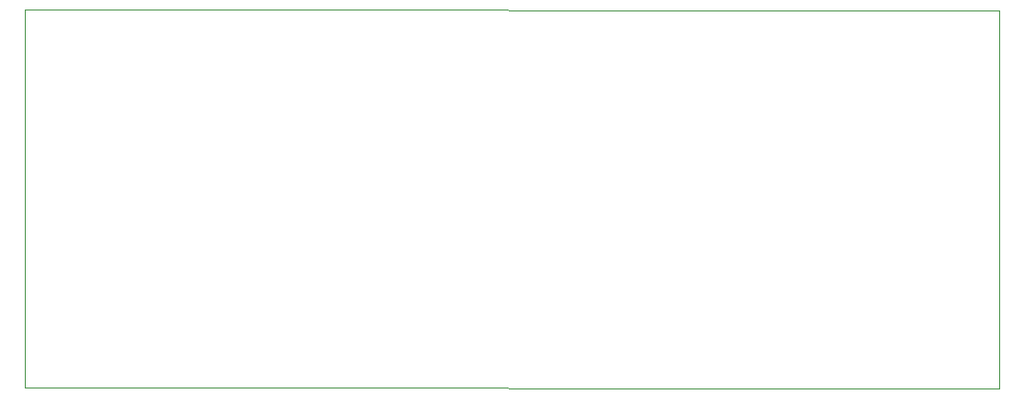
<source format=gbr>
%TF.GenerationSoftware,KiCad,Pcbnew,5.1.10-88a1d61d58~88~ubuntu18.04.1*%
%TF.CreationDate,2021-07-26T17:39:40+07:00*%
%TF.ProjectId,ADV728xM_EVAL_SMA-FFC_AETINA_ACE_CAM6C,41445637-3238-4784-9d5f-4556414c5f53,rev?*%
%TF.SameCoordinates,Original*%
%TF.FileFunction,Profile,NP*%
%FSLAX46Y46*%
G04 Gerber Fmt 4.6, Leading zero omitted, Abs format (unit mm)*
G04 Created by KiCad (PCBNEW 5.1.10-88a1d61d58~88~ubuntu18.04.1) date 2021-07-26 17:39:40*
%MOMM*%
%LPD*%
G01*
G04 APERTURE LIST*
%TA.AperFunction,Profile*%
%ADD10C,0.050000*%
%TD*%
G04 APERTURE END LIST*
D10*
X115595400Y-109728000D02*
X115582700Y-76161900D01*
X202018900Y-109816900D02*
X115595400Y-109728000D01*
X202057000Y-76225400D02*
X202018900Y-109816900D01*
X115582700Y-76161900D02*
X202057000Y-76225400D01*
M02*

</source>
